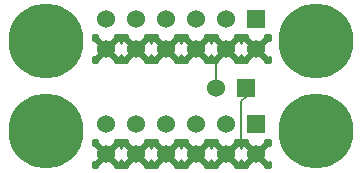
<source format=gbl>
G04 (created by PCBNEW-RS274X (2012-01-19 BZR 3256)-stable) date 21/02/2013 14:30:42*
G01*
G70*
G90*
%MOIN*%
G04 Gerber Fmt 3.4, Leading zero omitted, Abs format*
%FSLAX34Y34*%
G04 APERTURE LIST*
%ADD10C,0.006000*%
%ADD11R,0.060000X0.060000*%
%ADD12C,0.060000*%
%ADD13C,0.250000*%
%ADD14C,0.008000*%
%ADD15C,0.010000*%
G04 APERTURE END LIST*
G54D10*
G54D11*
X54250Y-30000D03*
G54D12*
X54250Y-31000D03*
X53250Y-30000D03*
X53250Y-31000D03*
X52250Y-30000D03*
X52250Y-31000D03*
X51250Y-30000D03*
X51250Y-31000D03*
X50250Y-30000D03*
X50250Y-31000D03*
X49250Y-30000D03*
X49250Y-31000D03*
G54D11*
X54250Y-26500D03*
G54D12*
X54250Y-27500D03*
X53250Y-26500D03*
X53250Y-27500D03*
X52250Y-26500D03*
X52250Y-27500D03*
X51250Y-26500D03*
X51250Y-27500D03*
X50250Y-26500D03*
X50250Y-27500D03*
X49250Y-26500D03*
X49250Y-27500D03*
G54D11*
X53900Y-28800D03*
G54D12*
X52900Y-28800D03*
G54D13*
X56250Y-27250D03*
X56250Y-30250D03*
X47250Y-27250D03*
X47250Y-30250D03*
G54D14*
X54250Y-31000D02*
X53750Y-30500D01*
X53900Y-29100D02*
X53900Y-28800D01*
X53750Y-29250D02*
X53900Y-29100D01*
X53750Y-30500D02*
X53750Y-29250D01*
X52900Y-28800D02*
X52900Y-27850D01*
X52900Y-27850D02*
X53250Y-27500D01*
G54D10*
G36*
X54700Y-31425D02*
X54544Y-31425D01*
X54558Y-31378D01*
X54250Y-31071D01*
X54179Y-31141D01*
X54179Y-31000D01*
X53872Y-30692D01*
X53778Y-30719D01*
X53752Y-30792D01*
X53722Y-30719D01*
X53628Y-30692D01*
X53321Y-31000D01*
X53628Y-31308D01*
X53722Y-31281D01*
X53747Y-31207D01*
X53778Y-31281D01*
X53872Y-31308D01*
X54179Y-31000D01*
X54179Y-31141D01*
X53942Y-31378D01*
X53955Y-31425D01*
X53544Y-31425D01*
X53558Y-31378D01*
X53250Y-31071D01*
X53179Y-31141D01*
X53179Y-31000D01*
X52872Y-30692D01*
X52778Y-30719D01*
X52752Y-30792D01*
X52722Y-30719D01*
X52628Y-30692D01*
X52321Y-31000D01*
X52628Y-31308D01*
X52722Y-31281D01*
X52747Y-31207D01*
X52778Y-31281D01*
X52872Y-31308D01*
X53179Y-31000D01*
X53179Y-31141D01*
X52942Y-31378D01*
X52955Y-31425D01*
X52544Y-31425D01*
X52558Y-31378D01*
X52250Y-31071D01*
X52179Y-31141D01*
X52179Y-31000D01*
X51872Y-30692D01*
X51778Y-30719D01*
X51752Y-30792D01*
X51722Y-30719D01*
X51628Y-30692D01*
X51321Y-31000D01*
X51628Y-31308D01*
X51722Y-31281D01*
X51747Y-31207D01*
X51778Y-31281D01*
X51872Y-31308D01*
X52179Y-31000D01*
X52179Y-31141D01*
X51942Y-31378D01*
X51955Y-31425D01*
X51544Y-31425D01*
X51558Y-31378D01*
X51250Y-31071D01*
X51179Y-31141D01*
X51179Y-31000D01*
X50872Y-30692D01*
X50778Y-30719D01*
X50752Y-30792D01*
X50722Y-30719D01*
X50628Y-30692D01*
X50321Y-31000D01*
X50628Y-31308D01*
X50722Y-31281D01*
X50747Y-31207D01*
X50778Y-31281D01*
X50872Y-31308D01*
X51179Y-31000D01*
X51179Y-31141D01*
X50942Y-31378D01*
X50955Y-31425D01*
X50544Y-31425D01*
X50558Y-31378D01*
X50250Y-31071D01*
X50179Y-31141D01*
X50179Y-31000D01*
X49872Y-30692D01*
X49778Y-30719D01*
X49752Y-30792D01*
X49722Y-30719D01*
X49628Y-30692D01*
X49321Y-31000D01*
X49628Y-31308D01*
X49722Y-31281D01*
X49747Y-31207D01*
X49778Y-31281D01*
X49872Y-31308D01*
X50179Y-31000D01*
X50179Y-31141D01*
X49942Y-31378D01*
X49955Y-31425D01*
X49544Y-31425D01*
X49558Y-31378D01*
X49250Y-31071D01*
X48942Y-31378D01*
X48955Y-31425D01*
X48800Y-31425D01*
X48800Y-31287D01*
X48872Y-31308D01*
X49179Y-31000D01*
X48872Y-30692D01*
X48800Y-30712D01*
X48800Y-30550D01*
X48962Y-30550D01*
X48942Y-30622D01*
X49250Y-30929D01*
X49558Y-30622D01*
X49537Y-30550D01*
X49962Y-30550D01*
X49942Y-30622D01*
X50250Y-30929D01*
X50558Y-30622D01*
X50537Y-30550D01*
X50962Y-30550D01*
X50942Y-30622D01*
X51250Y-30929D01*
X51558Y-30622D01*
X51537Y-30550D01*
X51962Y-30550D01*
X51942Y-30622D01*
X52250Y-30929D01*
X52558Y-30622D01*
X52537Y-30550D01*
X52962Y-30550D01*
X52942Y-30622D01*
X53250Y-30929D01*
X53558Y-30622D01*
X53537Y-30550D01*
X53962Y-30550D01*
X53942Y-30622D01*
X54250Y-30929D01*
X54558Y-30622D01*
X54537Y-30550D01*
X54700Y-30550D01*
X54700Y-30712D01*
X54628Y-30692D01*
X54321Y-31000D01*
X54628Y-31308D01*
X54700Y-31287D01*
X54700Y-31425D01*
X54700Y-31425D01*
G37*
G54D15*
X54700Y-31425D02*
X54544Y-31425D01*
X54558Y-31378D01*
X54250Y-31071D01*
X54179Y-31141D01*
X54179Y-31000D01*
X53872Y-30692D01*
X53778Y-30719D01*
X53752Y-30792D01*
X53722Y-30719D01*
X53628Y-30692D01*
X53321Y-31000D01*
X53628Y-31308D01*
X53722Y-31281D01*
X53747Y-31207D01*
X53778Y-31281D01*
X53872Y-31308D01*
X54179Y-31000D01*
X54179Y-31141D01*
X53942Y-31378D01*
X53955Y-31425D01*
X53544Y-31425D01*
X53558Y-31378D01*
X53250Y-31071D01*
X53179Y-31141D01*
X53179Y-31000D01*
X52872Y-30692D01*
X52778Y-30719D01*
X52752Y-30792D01*
X52722Y-30719D01*
X52628Y-30692D01*
X52321Y-31000D01*
X52628Y-31308D01*
X52722Y-31281D01*
X52747Y-31207D01*
X52778Y-31281D01*
X52872Y-31308D01*
X53179Y-31000D01*
X53179Y-31141D01*
X52942Y-31378D01*
X52955Y-31425D01*
X52544Y-31425D01*
X52558Y-31378D01*
X52250Y-31071D01*
X52179Y-31141D01*
X52179Y-31000D01*
X51872Y-30692D01*
X51778Y-30719D01*
X51752Y-30792D01*
X51722Y-30719D01*
X51628Y-30692D01*
X51321Y-31000D01*
X51628Y-31308D01*
X51722Y-31281D01*
X51747Y-31207D01*
X51778Y-31281D01*
X51872Y-31308D01*
X52179Y-31000D01*
X52179Y-31141D01*
X51942Y-31378D01*
X51955Y-31425D01*
X51544Y-31425D01*
X51558Y-31378D01*
X51250Y-31071D01*
X51179Y-31141D01*
X51179Y-31000D01*
X50872Y-30692D01*
X50778Y-30719D01*
X50752Y-30792D01*
X50722Y-30719D01*
X50628Y-30692D01*
X50321Y-31000D01*
X50628Y-31308D01*
X50722Y-31281D01*
X50747Y-31207D01*
X50778Y-31281D01*
X50872Y-31308D01*
X51179Y-31000D01*
X51179Y-31141D01*
X50942Y-31378D01*
X50955Y-31425D01*
X50544Y-31425D01*
X50558Y-31378D01*
X50250Y-31071D01*
X50179Y-31141D01*
X50179Y-31000D01*
X49872Y-30692D01*
X49778Y-30719D01*
X49752Y-30792D01*
X49722Y-30719D01*
X49628Y-30692D01*
X49321Y-31000D01*
X49628Y-31308D01*
X49722Y-31281D01*
X49747Y-31207D01*
X49778Y-31281D01*
X49872Y-31308D01*
X50179Y-31000D01*
X50179Y-31141D01*
X49942Y-31378D01*
X49955Y-31425D01*
X49544Y-31425D01*
X49558Y-31378D01*
X49250Y-31071D01*
X48942Y-31378D01*
X48955Y-31425D01*
X48800Y-31425D01*
X48800Y-31287D01*
X48872Y-31308D01*
X49179Y-31000D01*
X48872Y-30692D01*
X48800Y-30712D01*
X48800Y-30550D01*
X48962Y-30550D01*
X48942Y-30622D01*
X49250Y-30929D01*
X49558Y-30622D01*
X49537Y-30550D01*
X49962Y-30550D01*
X49942Y-30622D01*
X50250Y-30929D01*
X50558Y-30622D01*
X50537Y-30550D01*
X50962Y-30550D01*
X50942Y-30622D01*
X51250Y-30929D01*
X51558Y-30622D01*
X51537Y-30550D01*
X51962Y-30550D01*
X51942Y-30622D01*
X52250Y-30929D01*
X52558Y-30622D01*
X52537Y-30550D01*
X52962Y-30550D01*
X52942Y-30622D01*
X53250Y-30929D01*
X53558Y-30622D01*
X53537Y-30550D01*
X53962Y-30550D01*
X53942Y-30622D01*
X54250Y-30929D01*
X54558Y-30622D01*
X54537Y-30550D01*
X54700Y-30550D01*
X54700Y-30712D01*
X54628Y-30692D01*
X54321Y-31000D01*
X54628Y-31308D01*
X54700Y-31287D01*
X54700Y-31425D01*
G54D10*
G36*
X54700Y-27950D02*
X54537Y-27950D01*
X54558Y-27878D01*
X54250Y-27571D01*
X54179Y-27641D01*
X54179Y-27500D01*
X53872Y-27192D01*
X53778Y-27219D01*
X53752Y-27292D01*
X53722Y-27219D01*
X53628Y-27192D01*
X53321Y-27500D01*
X53628Y-27808D01*
X53722Y-27781D01*
X53747Y-27707D01*
X53778Y-27781D01*
X53872Y-27808D01*
X54179Y-27500D01*
X54179Y-27641D01*
X53942Y-27878D01*
X53962Y-27950D01*
X53537Y-27950D01*
X53558Y-27878D01*
X53250Y-27571D01*
X53179Y-27641D01*
X53179Y-27500D01*
X52872Y-27192D01*
X52778Y-27219D01*
X52752Y-27292D01*
X52722Y-27219D01*
X52628Y-27192D01*
X52321Y-27500D01*
X52628Y-27808D01*
X52722Y-27781D01*
X52747Y-27707D01*
X52778Y-27781D01*
X52872Y-27808D01*
X53179Y-27500D01*
X53179Y-27641D01*
X52942Y-27878D01*
X52962Y-27950D01*
X52537Y-27950D01*
X52558Y-27878D01*
X52250Y-27571D01*
X52179Y-27641D01*
X52179Y-27500D01*
X51872Y-27192D01*
X51778Y-27219D01*
X51752Y-27292D01*
X51722Y-27219D01*
X51628Y-27192D01*
X51321Y-27500D01*
X51628Y-27808D01*
X51722Y-27781D01*
X51747Y-27707D01*
X51778Y-27781D01*
X51872Y-27808D01*
X52179Y-27500D01*
X52179Y-27641D01*
X51942Y-27878D01*
X51962Y-27950D01*
X51537Y-27950D01*
X51558Y-27878D01*
X51250Y-27571D01*
X51179Y-27641D01*
X51179Y-27500D01*
X50872Y-27192D01*
X50778Y-27219D01*
X50752Y-27292D01*
X50722Y-27219D01*
X50628Y-27192D01*
X50321Y-27500D01*
X50628Y-27808D01*
X50722Y-27781D01*
X50747Y-27707D01*
X50778Y-27781D01*
X50872Y-27808D01*
X51179Y-27500D01*
X51179Y-27641D01*
X50942Y-27878D01*
X50962Y-27950D01*
X50537Y-27950D01*
X50558Y-27878D01*
X50250Y-27571D01*
X50179Y-27641D01*
X50179Y-27500D01*
X49872Y-27192D01*
X49778Y-27219D01*
X49752Y-27292D01*
X49722Y-27219D01*
X49628Y-27192D01*
X49321Y-27500D01*
X49628Y-27808D01*
X49722Y-27781D01*
X49747Y-27707D01*
X49778Y-27781D01*
X49872Y-27808D01*
X50179Y-27500D01*
X50179Y-27641D01*
X49942Y-27878D01*
X49962Y-27950D01*
X49537Y-27950D01*
X49558Y-27878D01*
X49250Y-27571D01*
X48942Y-27878D01*
X48962Y-27950D01*
X48800Y-27950D01*
X48800Y-27787D01*
X48872Y-27808D01*
X49179Y-27500D01*
X48872Y-27192D01*
X48800Y-27212D01*
X48800Y-27050D01*
X48962Y-27050D01*
X48942Y-27122D01*
X49250Y-27429D01*
X49558Y-27122D01*
X49537Y-27050D01*
X49962Y-27050D01*
X49942Y-27122D01*
X50250Y-27429D01*
X50558Y-27122D01*
X50537Y-27050D01*
X50962Y-27050D01*
X50942Y-27122D01*
X51250Y-27429D01*
X51558Y-27122D01*
X51537Y-27050D01*
X51962Y-27050D01*
X51942Y-27122D01*
X52250Y-27429D01*
X52558Y-27122D01*
X52537Y-27050D01*
X52962Y-27050D01*
X52942Y-27122D01*
X53250Y-27429D01*
X53558Y-27122D01*
X53537Y-27050D01*
X53962Y-27050D01*
X53942Y-27122D01*
X54250Y-27429D01*
X54558Y-27122D01*
X54537Y-27050D01*
X54700Y-27050D01*
X54700Y-27212D01*
X54628Y-27192D01*
X54321Y-27500D01*
X54628Y-27808D01*
X54700Y-27787D01*
X54700Y-27950D01*
X54700Y-27950D01*
G37*
G54D15*
X54700Y-27950D02*
X54537Y-27950D01*
X54558Y-27878D01*
X54250Y-27571D01*
X54179Y-27641D01*
X54179Y-27500D01*
X53872Y-27192D01*
X53778Y-27219D01*
X53752Y-27292D01*
X53722Y-27219D01*
X53628Y-27192D01*
X53321Y-27500D01*
X53628Y-27808D01*
X53722Y-27781D01*
X53747Y-27707D01*
X53778Y-27781D01*
X53872Y-27808D01*
X54179Y-27500D01*
X54179Y-27641D01*
X53942Y-27878D01*
X53962Y-27950D01*
X53537Y-27950D01*
X53558Y-27878D01*
X53250Y-27571D01*
X53179Y-27641D01*
X53179Y-27500D01*
X52872Y-27192D01*
X52778Y-27219D01*
X52752Y-27292D01*
X52722Y-27219D01*
X52628Y-27192D01*
X52321Y-27500D01*
X52628Y-27808D01*
X52722Y-27781D01*
X52747Y-27707D01*
X52778Y-27781D01*
X52872Y-27808D01*
X53179Y-27500D01*
X53179Y-27641D01*
X52942Y-27878D01*
X52962Y-27950D01*
X52537Y-27950D01*
X52558Y-27878D01*
X52250Y-27571D01*
X52179Y-27641D01*
X52179Y-27500D01*
X51872Y-27192D01*
X51778Y-27219D01*
X51752Y-27292D01*
X51722Y-27219D01*
X51628Y-27192D01*
X51321Y-27500D01*
X51628Y-27808D01*
X51722Y-27781D01*
X51747Y-27707D01*
X51778Y-27781D01*
X51872Y-27808D01*
X52179Y-27500D01*
X52179Y-27641D01*
X51942Y-27878D01*
X51962Y-27950D01*
X51537Y-27950D01*
X51558Y-27878D01*
X51250Y-27571D01*
X51179Y-27641D01*
X51179Y-27500D01*
X50872Y-27192D01*
X50778Y-27219D01*
X50752Y-27292D01*
X50722Y-27219D01*
X50628Y-27192D01*
X50321Y-27500D01*
X50628Y-27808D01*
X50722Y-27781D01*
X50747Y-27707D01*
X50778Y-27781D01*
X50872Y-27808D01*
X51179Y-27500D01*
X51179Y-27641D01*
X50942Y-27878D01*
X50962Y-27950D01*
X50537Y-27950D01*
X50558Y-27878D01*
X50250Y-27571D01*
X50179Y-27641D01*
X50179Y-27500D01*
X49872Y-27192D01*
X49778Y-27219D01*
X49752Y-27292D01*
X49722Y-27219D01*
X49628Y-27192D01*
X49321Y-27500D01*
X49628Y-27808D01*
X49722Y-27781D01*
X49747Y-27707D01*
X49778Y-27781D01*
X49872Y-27808D01*
X50179Y-27500D01*
X50179Y-27641D01*
X49942Y-27878D01*
X49962Y-27950D01*
X49537Y-27950D01*
X49558Y-27878D01*
X49250Y-27571D01*
X48942Y-27878D01*
X48962Y-27950D01*
X48800Y-27950D01*
X48800Y-27787D01*
X48872Y-27808D01*
X49179Y-27500D01*
X48872Y-27192D01*
X48800Y-27212D01*
X48800Y-27050D01*
X48962Y-27050D01*
X48942Y-27122D01*
X49250Y-27429D01*
X49558Y-27122D01*
X49537Y-27050D01*
X49962Y-27050D01*
X49942Y-27122D01*
X50250Y-27429D01*
X50558Y-27122D01*
X50537Y-27050D01*
X50962Y-27050D01*
X50942Y-27122D01*
X51250Y-27429D01*
X51558Y-27122D01*
X51537Y-27050D01*
X51962Y-27050D01*
X51942Y-27122D01*
X52250Y-27429D01*
X52558Y-27122D01*
X52537Y-27050D01*
X52962Y-27050D01*
X52942Y-27122D01*
X53250Y-27429D01*
X53558Y-27122D01*
X53537Y-27050D01*
X53962Y-27050D01*
X53942Y-27122D01*
X54250Y-27429D01*
X54558Y-27122D01*
X54537Y-27050D01*
X54700Y-27050D01*
X54700Y-27212D01*
X54628Y-27192D01*
X54321Y-27500D01*
X54628Y-27808D01*
X54700Y-27787D01*
X54700Y-27950D01*
M02*

</source>
